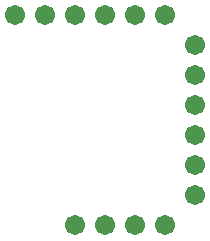
<source format=gbr>
G04 DipTrace 2.4.0.2*
%INBottomMask.gbr*%
%MOIN*%
%ADD33C,0.0671*%
%FSLAX44Y44*%
G04*
G70*
G90*
G75*
G01*
%LNBotMask*%
%LPD*%
D33*
X8690Y11440D3*
X9690D3*
X10690Y10440D3*
Y9440D3*
Y8440D3*
Y7440D3*
Y6440D3*
X8690Y4440D3*
X7690D3*
X9690D3*
X6690D3*
X10690Y5440D3*
X7690Y11440D3*
X6690D3*
X5690D3*
X4690D3*
M02*

</source>
